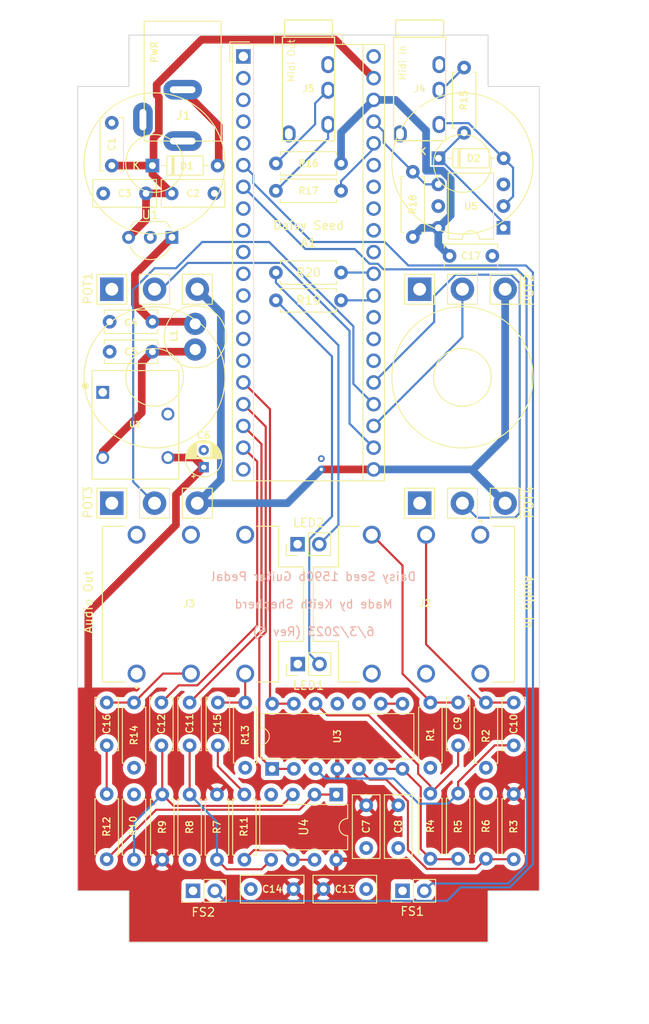
<source format=kicad_pcb>
(kicad_pcb (version 20221018) (generator pcbnew)
  (layers (0 "F.Cu" signal) (1 "In1.Cu" power) (2 "In2.Cu" power) (31 "B.Cu" signal) (34 "B.Paste" user) (35 "F.Paste" user) (36 "B.SilkS" user "B.Silkscreen") (37 "F.SilkS" user "F.Silkscreen") (38 "B.Mask" user) (39 "F.Mask" user) (44 "Edge.Cuts" user))
  (net 0 "")
  (net 1 "FOOT_SWITCH_2")
  (net 2 "FOOT_SWITCH_1")
  (net 5 "MIDI_OUT")
  (net 6 "MIDI_IN")
  (net 7 "+3.3V")
  (net 8 "+9V")
  (net 9 "+5V")
  (net 10 "+5V_ISOLATED_POWER")
  (net 15 "Net-(C15-Pad1)")
  (net 16 "Net-(C16-Pad1)")
  (net 19 "/Audio Input Buffer/V_AUDIOBIAS")
  (net 26 "POT_1")
  (net 27 "+3.3VA")
  (net 28 "/Power/VIN")
  (net 29 "POT_2")
  (net 30 "AUDIO_IN_BUFFER_LEFT")
  (net 31 "AUDIO_IN_BUFFER_RIGHT")
  (net 32 "AUDIO_OUT_BUFFER_LEFT")
  (net 33 "AUDIO_OUT_BUFFER_RIGHT")
  (net 34 "AUDIO_IN_JACK_LEFT")
  (net 35 "AUDIO_IN_JACK_RIGHT")
  (net 36 "AUDIO_OUT_JACK_LEFT")
  (net 37 "AUDIO_OUT_JACK_RIGHT")
  (net 38 "MIDI_IN_JACK_PIN5")
  (net 39 "MIDI_IN_JACK_PIN4")
  (net 40 "MIDI_OUT_JACK_PIN5")
  (net 41 "MIDI_OUT_JACK_PIN4")
  (net 42 "POWER_JACK_PWR")
  (net 43 "GND")
  (net 46 "POT_3")
  (net 47 "POT_4")
  (net 51 "LED_1")
  (net 54 "LED_2")
  (net 58 "Net-(U4B-+)")
  (net 59 "Net-(U4A-+)")
  (net 60 "Net-(U4B--)")
  (net 61 "Net-(U4A--)")
  (net 62 "Net-(U3D-+)")
  (net 63 "Net-(U3A-+)")
  (net 64 "Net-(D2-K)")
  (net 65 "Net-(LED1-A)")
  (net 66 "Net-(LED2-A)")
  (net 67 "Net-(U3B-+)")
  (net 68 "Net-(U3C--)")
  (footprint "Package_DIP:DIP-6_W7.62mm" (layer "F.Cu") (at 129.8 52.525 180)
    (fp_text reference "U5")
    (fp_text value "H11L1" hide)
  )
  (footprint "Resistor_THT:R_Axial_DIN0207_L6.3mm_D2.5mm_P7.62mm_Horizontal" (layer "F.Cu") (at 119.2 53.6 90)
    (fp_text reference "R18")
    (fp_text value "470R" hide)
  )
  (footprint "Resistor_THT:R_Axial_DIN0207_L6.3mm_D2.5mm_P7.62mm_Horizontal" (layer "F.Cu") (at 89.9 126.36 90)
    (fp_text reference "R9")
    (fp_text value "2M" hide)
  )
  (footprint "AudioConnector-PJ320A:TRRS-PJ-320A" (layer "F.Cu") (at 107 30.25)
    (fp_text reference "J5")
    (fp_text value "MIDI OUT JACK")
  )
  (footprint "AudioConnector-PJ320A:TRRS-PJ-320A" (layer "F.Cu") (at 120 30.25)
    (fp_text reference "J4")
    (fp_text value "MIDI IN JACK")
  )
  (footprint "Package_DIP:DIP-8_W7.62mm" (layer "F.Cu") (at 110.25 118.75 -90)
    (fp_text reference "U4")
    (fp_text value "OPA2134")
  )
  (footprint "Connector_PinHeader_2.54mm:PinHeader_1x02_P2.54mm_Vertical" (layer "F.Cu") (at 105.75 103.5 90)
    (fp_text reference "LED1")
    (fp_text value "LED_1")
  )
  (footprint "Resistor_THT:R_Axial_DIN0207_L6.3mm_D2.5mm_P7.62mm_Horizontal" (layer "F.Cu") (at 121.25 108 -90)
    (fp_text reference "R1")
    (fp_text value "2M" hide)
  )
  (footprint "Package_DIP:DIP-14_W7.62mm" (layer "F.Cu") (at 102.75 115.75 90)
    (fp_text reference "U3")
    (fp_text value "MCP6004" hide)
  )
  (footprint "Connector_PinHeader_2.54mm:PinHeader_1x02_P2.54mm_Vertical" (layer "F.Cu") (at 93.5 130 90)
    (fp_text reference "FS2")
    (fp_text value "Foot_Switch_2")
  )
  (footprint "Resistor_THT:R_Axial_DIN0207_L6.3mm_D2.5mm_P7.62mm_Horizontal" (layer "F.Cu") (at 83.4 126.31 90)
    (fp_text reference "R12")
    (fp_text value "100R" hide)
  )
  (footprint "NMJ6HCD2:NEUTRIK_NMJ6HCD2" (layer "F.Cu") (at 93.25 96.5 180)
    (fp_text reference "J3")
    (fp_text value "AUDIO_OUT_TRS")
  )
  (footprint "GuitarPedal1590b:Pot_RightAngle_LongPin_16mm" (layer "F.Cu") (at 125 61)
    (fp_text reference "POT2")
    (fp_text value "10K")
  )
  (footprint "Resistor_THT:R_Axial_DIN0207_L6.3mm_D2.5mm_P7.62mm_Horizontal" (layer "F.Cu") (at 103.19 61)
    (fp_text reference "R19")
    (fp_text value "1K")
  )
  (footprint "Module:Electrosmith_Daisy_Seed" (layer "F.Cu") (at 99.38 32.495)
    (fp_text reference "A1")
    (fp_text value "Electrosmith_Daisy_Seed_Rev4")
  )
  (footprint "Resistor_THT:R_Axial_DIN0207_L6.3mm_D2.5mm_P7.62mm_Horizontal" (layer "F.Cu") (at 103.19 48.2)
    (fp_text reference "R17")
    (fp_text value "10R" hide)
  )
  (footprint "Capacitor_THT:C_Disc_D6.0mm_W2.5mm_P5.00mm" (layer "F.Cu") (at 84 45.25 90)
    (fp_text reference "C1")
    (fp_text value "10UF" hide)
  )
  (footprint "Resistor_THT:R_Axial_DIN0207_L6.3mm_D2.5mm_P7.62mm_Horizontal" (layer "F.Cu") (at 127.75 108 -90)
    (fp_text reference "R2")
    (fp_text value "2M" hide)
  )
  (footprint "Capacitor_THT:C_Disc_D6.0mm_W2.5mm_P5.00mm" (layer "F.Cu") (at 131 108 -90)
    (fp_text reference "C10")
    (fp_text value "10UF" hide)
  )
  (footprint "Capacitor_THT:C_Rect_L7.2mm_W3.0mm_P5.00mm_FKS2_FKP2_MKS2_MKP2" (layer "F.Cu") (at 105.25 129.8 180)
    (fp_text reference "C14")
    (fp_text value "100NF" hide)
  )
  (footprint "Capacitor_THT:C_Rect_L7.2mm_W3.0mm_P5.00mm_FKS2_FKP2_MKS2_MKP2" (layer "F.Cu") (at 108.75 129.8)
    (fp_text reference "C13")
    (fp_text value "100NF" hide)
  )
  (footprint "Resistor_THT:R_Axial_DIN0207_L6.3mm_D2.5mm_P7.62mm_Horizontal" (layer "F.Cu") (at 99.5 126.36 90)
    (fp_text reference "R11")
    (fp_text value "100R" hide)
  )
  (footprint "Resistor_THT:R_Axial_DIN0207_L6.3mm_D2.5mm_P7.62mm_Horizontal" (layer "F.Cu") (at 86.6 126.36 90)
    (fp_text reference "R10")
    (fp_text value "2M" hide)
  )
  (footprint "Capacitor_THT:C_Rect_L7.2mm_W3.0mm_P5.00mm_FKS2_FKP2_MKS2_MKP2" (layer "F.Cu") (at 88 48.5 180)
    (fp_text reference "C3")
    (fp_text value "100NF" hide)
  )
  (footprint "Capacitor_THT:C_Disc_D6.0mm_W2.5mm_P5.00mm" (layer "F.Cu") (at 124.5 108 -90)
    (fp_text reference "C9")
    (fp_text value "10UF" hide)
  )
  (footprint "GuitarPedal1590b:Pot_RightAngle_LongPin_16mm" (layer "F.Cu") (at 89 86)
    (fp_text reference "POT3")
    (fp_text value "10K")
  )
  (footprint "Capacitor_THT:C_Disc_D6.0mm_W2.5mm_P5.00mm" (layer "F.Cu") (at 89.8 113 90)
    (fp_text reference "C12")
    (fp_text value "10UF" hide)
  )
  (footprint "Inductor_THT:L_Radial_D7.0mm_P3.00mm" (layer "F.Cu") (at 93.75 63.75 -90)
    (fp_text reference "L1")
    (fp_text value "2.2uH" hide)
  )
  (footprint "Resistor_THT:R_Axial_DIN0207_L6.3mm_D2.5mm_P7.62mm_Horizontal" (layer "F.Cu") (at 131 118.69 -90)
    (fp_text reference "R3")
    (fp_text value "100K" hide)
  )
  (footprint "Capacitor_THT:C_Disc_D6.0mm_W2.5mm_P5.00mm" (layer "F.Cu") (at 88.75 63.5 180)
    (fp_text reference "C4")
    (fp_text value "10UF" hide)
  )
  (footprint "GuitarPedal1590b:Pot_RightAngle_LongPin_16mm" (layer "F.Cu") (at 125 86)
    (fp_text reference "POT4")
    (fp_text value "10K")
  )
  (footprint "Capacitor_THT:C_Rect_L7.2mm_W3.0mm_P5.00mm_FKS2_FKP2_MKS2_MKP2" (layer "F.Cu") (at 91 48.5)
    (fp_text reference "C2")
    (fp_text value "100NF" hide)
  )
  (footprint "Connector_PinHeader_2.54mm:PinHeader_1x02_P2.54mm_Vertical" (layer "F.Cu") (at 105.725 89.5 90)
    (fp_text reference "LED2")
    (fp_text value "LED_2")
  )
  (footprint "Diode_THT:D_DO-35_SOD27_P7.62mm_Horizontal" (layer "F.Cu") (at 122.2 44.4)
    (fp_text reference "D2")
    (fp_text value "1N4148")
  )
  (footprint "NMJ6HCD2:NEUTRIK_NMJ6HCD2" (layer "F.Cu") (at 120.75 96.5)
    (fp_text reference "J2")
    (fp_text value "AUDIO_IN_TRS")
  )
  (footprint "Package_TO_SOT_THT:TO-92_Inline_Wide" (layer "F.Cu") (at 91.04 53.64 180)
    (fp_text reference "U1")
    (fp_text value "L4931CZ50")
  )
  (footprint "GuitarPedal1590b:Pot_RightAngle_LongPin_16mm" (layer "F.Cu") (at 89 61)
    (fp_text reference "POT1")
    (fp_text value "10K")
  )
  (footprint "Capacitor_THT:C_Rect_L7.2mm_W3.0mm_P5.00mm_FKS2_FKP2_MKS2_MKP2" (layer "F.Cu") (at 117.5 120 -90)
    (fp_text reference "C8")
    (fp_text value "100NF" hide)
  )
  (footprint "Capacitor_THT:C_Disc_D6.0mm_W2.5mm_P5.00mm" (layer "F.Cu") (at 88.75 67 180)
    (fp_text reference "C5")
    (fp_text value "10UF" hide)
  )
  (footprint "GuitarPedal1590b:Generic_PowerJack" (layer "F.Cu") (at 92.2875 42.3875 -90)
    (fp_text reference "J1")
    (fp_text value "Barrel_Jack")
  )
  (footprint "Resistor_THT:R_Axial_DIN0207_L6.3mm_D2.5mm_P7.62mm_Horizontal" (layer "F.Cu") (at 125.2 33.8 -90)
    (fp_text reference "R15")
    (fp_text value "220R" hide)
  )
  (footprint "Capacitor_THT:C_Disc_D6.0mm_W2.5mm_P5.00mm" (layer "F.Cu") (at 93.1 113 90)
    (fp_text reference "C11")
    (fp_text value "10UF" hide)
  )
  (footprint "Resistor_THT:R_Axial_DIN0207_L6.3mm_D2.5mm_P7.62mm_Horizontal" (layer "F.Cu") (at 124.5 126.25 90)
    (fp_text reference "R5")
    (fp_text value "2M" hide)
  )
  (footprint "Capacitor_THT:C_Disc_D6.0mm_W2.5mm_P5.00mm" (layer "F.Cu") (at 83.4 113 90)
    (fp_text reference "C16")
    (fp_text value "10UF" hide)
  )
  (footprint "Capacitor_THT:C_Disc_D6.0mm_W2.5mm_P5.00mm" (layer "F.Cu") (at 123.5 55.8)
    (fp_text reference "C17")
    (fp_text value "100NF")
  )
  (footprint "Capacitor_THT:C_Disc_D6.0mm_W2.5mm_P5.00mm" (layer "F.Cu") (at 96.4 113 90)
    (fp_text reference "C15")
    (fp_text value "10UF" hide)
  )
  (footprint "Resistor_THT:R_Axial_DIN0207_L6.3mm_D2.5mm_P7.62mm_Horizontal" (layer "F.Cu") (at 93.1 118.75 -90)
    (fp_text reference "R8")
    (fp_text value "2M" hide)
  )
  (footprint "Resistor_THT:R_Axial_DIN0207_L6.3mm_D2.5mm_P7.62mm_Horizontal" (layer "F.Cu") (at 127.75 126.25 90)
    (fp_text reference "R6")
    (fp_text value "100K" hide)
  )
  (footprint "Connector_PinHeader_2.54mm:PinHeader_1x02_P2.54mm_Vertical" (layer "F.Cu") (at 118 130 90)
    (fp_text reference "FS1")
    (fp_text value "Foot_Switch_1")
  )
  (footprint "Resistor_THT:R_Axial_DIN0207_L6.3mm_D2.5mm_P7.62mm_Horizontal" (layer "F.Cu") (at 103.19 57.75)
    (fp_text reference "R20")
    (fp_text value "1K")
  )
  (footprint "Resistor_THT:R_Axial_DIN0207_L6.3mm_D2.5mm_P7.62mm_Horizontal" (layer "F.Cu") (at 99.6 108 -90)
    (fp_text reference "R13")
    (fp_text value "2M" hide)
  )
  (footprint "Resistor_THT:R_Axial_DIN0207_L6.3mm_D2.5mm_P7.62mm_Horizontal" (layer "F.Cu") (at 103.19 45)
    (fp_text reference "R16")
    (fp_text value "33R" hide)
  )
  (footprint "Resistor_THT:R_Axial_DIN0207_L6.3mm_D2.5mm_P7.62mm_Horizontal" (layer "F.Cu") (at 86.6 108 -90)
    (fp_text reference "R14")
    (fp_text value "2M" hide)
  )
  (footprint "Capacitor_THT:C_Rect_L7.2mm_W3.0mm_P5.00mm_FKS2_FKP2_MKS2_MKP2" (layer "F.Cu") (at 113.75 120 -90)
    (fp_text reference "C7")
    (fp_text value "100NF" hide)
  )
  (footprint "Resistor_THT:R_Axial_DIN0207_L6.3mm_D2.5mm_P7.62mm_Horizontal" (layer "F.Cu") (at 121.25 126.25 90)
    (fp_text reference "R4")
    (fp_text value "2M" hide)
  )
  (footprint "PDS1-S5-S5-D:CONV_PDS1-S5-S5-D" (layer "F.Cu") (at 86.75 75.56 -90)
    (fp_text reference "U2")
    (fp_text value "PDS1-S5-S5-D")
  )
  (footprint "Resistor_THT:R_Axial_DIN0207_L6.3mm_D2.5mm_P7.62mm_Horizontal" (layer "F.Cu") (at 96.3 118.74 -90)
    (fp_text reference "R7")
    (fp_text value "2M" hide)
  )
  (footprint "Diode_THT:D_DO-35_SOD27_P7.62mm_Horizontal" (layer "F.Cu") (at 88.75 45.25)
    (fp_text reference "D1")
    (fp_text value "1N5817" hide)
  )
  (footprint "Capacitor_THT:CP_Radial_D4.0mm_P2.00mm" (layer "F.Cu") (at 94.75 80.5 90)
    (fp_text reference "C6")
    (fp_text value "22UF" hide)
  )
  (gr_poly locked (pts (xy 128 36) (xy 134 36) (xy 134 130) (xy 128 130) (xy 128 136) (xy 86 136) (xy 86 130) (xy 80 130) (xy 80 36) (xy 86 36) (xy 86 30) (xy 128 30)) (stroke (width 0.1)) (fill none) (layer "Edge.Cuts"))
  (gr_text "Daisy Seed 1590b Guitar Pedal\n\nMade by Keith Shepherd\n\n6/3/2023 (Rev 5)" (at 107.6 96.5) (layer "B.SilkS") (effects (font (size 1 1)) (justify mirror)))
  (gr_text "J5" (at 107 36.25) (layer "F.SilkS") (effects (font (size 0.8 0.8))))
  (gr_text "Audio Out" (at 81.25 96.25 90) (layer "F.SilkS") (effects (font (size 1 1))))
  (gr_text "PWR" (at 89 32 90) (layer "F.SilkS") (effects (font (size 0.8 0.8))))
  (gr_text "J4" (at 120 36.25) (layer "F.SilkS") (effects (font (size 0.8 0.8))))
  (gr_text "Midi Out" (at 105 33 90) (layer "F.SilkS") (effects (font (size 0.8 0.8) (thickness 0.1))))
  (gr_text "Daisy Seed" (at 107 52.25) (layer "F.SilkS") (effects (font (size 1 1))))
  (gr_text "Midi In" (at 118 33.25 90) (layer "F.SilkS") (effects (font (size 0.8 0.8) (thickness 0.1))))
  (gr_text "Audio In" (at 132.75 96.25 270) (layer "F.SilkS") (effects (font (size 1 1))))
  (segment (start 123.2 131.175) (end 97.215 131.175) (width 0.25) (layer "B.Cu") (net 1))
  (segment (start 99.38 45.195) (end 100.555 46.37) (width 0.25) (layer "B.Cu") (net 1))
  (segment (start 100.555 46.37) (end 100.555 47.305) (width 0.25) (layer "B.Cu") (net 1))
  (segment (start 115.93 54.18) (end 118.675 56.925) (width 0.25) (layer "B.Cu") (net 1))
  (segment (start 97.215 131.175) (end 96.04 130) (width 0.25) (layer "B.Cu") (net 1))
  (segment (start 118.675 56.925) (end 132.425 56.925) (width 0.25) (layer "B.Cu") (net 1))
  (segment (start 107.43 54.18) (end 115.93 54.18) (width 0.25) (layer "B.Cu") (net 1))
  (segment (start 133.25 126.886396) (end 130.536396 129.6) (width 0.25) (layer "B.Cu") (net 1))
  (segment (start 100.555 47.305) (end 107.43 54.18) (width 0.25) (layer "B.Cu") (net 1))
  (segment (start 124.775 129.6) (end 123.2 131.175) (width 0.25) (layer "B.Cu") (net 1))
  (segment (start 130.536396 129.6) (end 124.775 129.6) (width 0.25) (layer "B.Cu") (net 1))
  (segment (start 133.25 57.75) (end 133.25 126.886396) (width 0.25) (layer "B.Cu") (net 1))
  (segment (start 132.425 56.925) (end 133.25 57.75) (width 0.25) (layer "B.Cu") (net 1))
  (segment (start 131.375 57.375) (end 115.761701 57.375) (width 0.25) (layer "B.Cu") (net 2))
  (segment (start 120.54 130) (end 121.39 129.15) (width 0.25) (layer "B.Cu") (net 2))
  (segment (start 114.133299 56.72) (end 112.413299 55) (width 0.25) (layer "B.Cu") (net 2))
  (segment (start 112.413299 55) (end 106.645 55) (width 0.25) (layer "B.Cu") (net 2))
  (segment (start 132.5 127) (end 132.5 58.5) (width 0.25) (layer "B.Cu") (net 2))
  (segment (start 132.5 58.5) (end 131.375 57.375) (width 0.25) (layer "B.Cu") (net 2))
  (segment (start 115.106701 56.72) (end 114.133299 56.72) (width 0.25) (layer "B.Cu") (net 2))
  (segment (start 115.761701 57.375) (end 115.106701 56.72) (width 0.25) (layer "B.Cu") (net 2))
  (segment (start 130.35 129.15) (end 132.5 127) (width 0.25) (layer "B.Cu") (net 2))
  (segment (start 121.39 129.15) (end 130.35 129.15) (width 0.25) (layer "B.Cu") (net 2))
  (segment (start 106.645 55) (end 99.38 47.735) (width 0.25) (layer "B.Cu") (net 2))
  (segment (start 110.81 47.06863) (end 114.62 43.25863) (width 0.25) (layer "B.Cu") (net 5))
  (segment (start 114.62 43.25863) (end 114.62 42.655) (width 0.25) (layer "B.Cu") (net 5))
  (segment (start 110.81 48.2) (end 110.81 47.06863) (width 0.25) (layer "B.Cu") (net 5))
  (segment (start 115.795 41.29) (end 115.795 42.575) (width 0.25) (layer "B.Cu") (net 6))
  (segment (start 120.665 47.445) (end 122.18 47.445) (width 0.25) (layer "B.Cu") (net 6))
  (segment (start 115.795 42.575) (end 119.2 45.98) (width 0.25) (layer "B.Cu") (net 6))
  (segment (start 114.62 40.115) (end 115.795 41.29) (width 0.25) (layer "B.Cu") (net 6))
  (segment (start 119.2 45.98) (end 120.665 47.445) (width 0.25) (layer "B.Cu") (net 6))
  (segment (start 114.62 37.575) (end 117.169365 37.575) (width 0.9) (layer "B.Cu") (net 7))
  (segment (start 123.63 46.84439) (end 123.63 51.075) (width 0.9) (layer "B.Cu") (net 7))
  (segment (start 122.63561 45.85) (end 123.63 46.84439) (width 0.9) (layer "B.Cu") (net 7))
  (segment (start 123.63 51.075) (end 122.18 52.525) (width 0.9) (layer "B.Cu") (net 7))
  (segment (start 120.75 45.85) (end 122.63561 45.85) (width 0.9) (layer "B.Cu") (net 7))
  (segment (start 110.81 41.385) (end 114.62 37.575) (width 0.9) (layer "B.Cu") (net 7))
  (segment (start 120.75 41.155635) (end 120.75 45.85) (width 0.9) (layer "B.Cu") (net 7))
  (segment (start 122.18 54.48) (end 123.5 55.8) (width 0.9) (layer "B.Cu") (net 7))
  (segment (start 122.18 52.525) (end 122.18 54.48) (width 0.9) (layer "B.Cu") (net 7))
  (segment (start 122.18 52.525) (end 120.275 52.525) (width 0.9) (layer "B.Cu") (net 7))
  (segment (start 117.169365 37.575) (end 120.75 41.155635) (width 0.9) (layer "B.Cu") (net 7))
  (segment (start 110.81 45) (end 110.81 41.385) (width 0.9) (layer "B.Cu") (net 7))
  (segment (start 120.275 52.525) (end 119.2 53.6) (width 0.9) (layer "B.Cu") (net 7))
  (segment (start 88 48.5) (end 88 51.6) (width 0.9) (layer "F.Cu") (net 8))
  (segment (start 89.25 35.779416) (end 94.491916 30.5375) (width 0.9) (layer "F.Cu") (net 8))
  (segment (start 88 51.6) (end 85.96 53.64) (width 0.9) (layer "F.Cu") (net 8))
  (segment (start 89.5 37.245584) (end 89.25 36.995584) (width 0.9) (layer "F.Cu") (net 8))
  (segment (start 88.88 45.12) (end 88.88 42.040584) (width 0.9) (layer "F.Cu") (net 8))
  (segment (start 89.25 36.995584) (end 89.25 35.779416) (width 0.9) (layer "F.Cu") (net 8))
  (segment (start 91 48.5) (end 88 48.5) (width 0.9) (layer "F.Cu") (net 8))
  (segment (start 88.75 45.25) (end 84 45.25) (width 0.9) (layer "F.Cu") (net 8))
  (segment (start 88.88 42.040584) (end 89.5 41.420584) (width 0.9) (layer "F.Cu") (net 8))
  (segment (start 89.5 41.420584) (end 89.5 37.245584) (width 0.9) (layer "F.Cu") (net 8))
  (segment (start 94.491916 30.5375) (end 110.1225 30.5375) (width 0.9) (layer "F.Cu") (net 8))
  (segment (start 88.75 46.25) (end 91 48.5) (width 0.9) (layer "F.Cu") (net 8))
  (segment (start 88.75 45.25) (end 88.75 46.25) (width 0.9) (layer "F.Cu") (net 8))
  (segment (start 88.75 45.25) (end 88.88 45.12) (width 0.9) (layer "F.Cu") (net 8))
  (segment (start 110.1225 30.5375) (end 114.62 35.035) (width 0.9) (layer "F.Cu") (net 8))
  (segment (start 93.5 63.5) (end 93.75 63.75) (width 0.9) (layer "F.Cu") (net 9))
  (segment (start 88.75 63.5) (end 86.700001 61.450001) (width 0.9) (layer "F.Cu") (net 9))
  (segment (start 86.700001 61.450001) (end 86.700001 57.979999) (width 0.9) (layer "F.Cu") (net 9))
  (segment (start 88.75 63.5) (end 93.5 63.5) (width 0.9) (layer "F.Cu") (net 9))
  (segment (start 86.700001 57.979999) (end 91.04 53.64) (width 0.9) (layer "F.Cu") (net 9))
  (segment (start 94.7226 80.5) (end 94.75 80.5) (width 0.9) (layer "F.Cu") (net 10))
  (segment (start 81.25 97.5) (end 91.5 87.25) (width 0.9) (layer "F.Cu") (net 10))
  (segment (start 91.5 83.7226) (end 94.7226 80.5) (width 0.9) (layer "F.Cu") (net 10))
  (segment (start 81.25 97.5) (end 81.25 110.5) (width 0.9) (layer "F.Cu") (net 10))
  (segment (start 93.62 79.37) (end 94.75 80.5) (width 0.9) (layer "F.Cu") (net 10))
  (segment (start 90.56 79.37) (end 93.62 79.37) (width 0.9) (layer "F.Cu") (net 10))
  (segment (start 91.5 87.25) (end 91.5 83.7226) (width 0.9) (layer "F.Cu") (net 10))
  (segment (start 99.5 118.54) (end 99.5 118.74) (width 0.25) (layer "F.Cu") (net 15))
  (segment (start 96.4 113) (end 96.4 115.44) (width 0.25) (layer "F.Cu") (net 15))
  (segment (start 96.4 115.44) (end 99.5 118.54) (width 0.25) (layer "F.Cu") (net 15))
  (segment (start 83.4 113) (end 83.4 118.69) (width 0.25) (layer "F.Cu") (net 16))
  (segment (start 121.25 126.25) (end 121.31 126.31) (width 0.25) (layer "F.Cu") (net 19))
  (segment (start 121.31 126.31) (end 124.44 126.31) (width 0.25) (layer "F.Cu") (net 19))
  (segment (start 121.25 126.25) (end 120.125 125.125) (width 0.25) (layer "F.Cu") (net 19))
  (segment (start 120.125 125.125) (end 120.125 117.885) (width 0.25) (layer "F.Cu") (net 19))
  (segment (start 115.45 115.75) (end 117.99 115.75) (width 0.25) (layer "F.Cu") (net 19))
  (segment (start 124.44 126.31) (end 124.5 126.25) (width 0.25) (layer "F.Cu") (net 19))
  (segment (start 120.125 117.885) (end 117.99 115.75) (width 0.25) (layer "F.Cu") (net 19))
  (segment (start 103.875 56.625) (end 111.8 64.55) (width 0.25) (layer "B.Cu") (net 26))
  (segment (start 111.8 75.395) (end 114.62 78.215) (width 0.25) (layer "B.Cu") (net 26))
  (segment (start 89.8 59.7) (end 92.875 56.625) (width 0.25) (layer "B.Cu") (net 26))
  (segment (start 89 59.7) (end 89.8 59.7) (width 0.25) (layer "B.Cu") (net 26))
  (segment (start 111.8 64.55) (end 111.8 75.395) (width 0.25) (layer "B.Cu") (net 26))
  (segment (start 92.875 56.625) (end 103.875 56.625) (width 0.25) (layer "B.Cu") (net 26))
  (segment (start 114.62 80.755) (end 108.495 80.755) (width 0.9) (layer "F.Cu") (net 27))
  (via (at 108.495 80.755) (size 0.8) (drill 0.4) (layers "F.Cu" "B.Cu") (net 27))
  (segment (start 126.055 80.755) (end 126.245 80.755) (width 0.9) (layer "B.Cu") (net 27))
  (segment (start 104.55 84.7) (end 94 84.7) (width 0.9) (layer "B.Cu") (net 27))
  (segment (start 126.055 80.755) (end 130 84.7) (width 0.9) (layer "B.Cu") (net 27))
  (segment (start 130 77) (end 130 59.7) (width 0.9) (layer "B.Cu") (net 27))
  (segment (start 114.62 80.755) (end 126.055 80.755) (width 0.9) (layer "B.Cu") (net 27))
  (segment (start 126.245 80.755) (end 130 77) (width 0.9) (layer "B.Cu") (net 27))
  (segment (start 96.75 62.45) (end 94 59.7) (width 0.9) (layer "B.Cu") (net 27))
  (segment (start 96.75 81.95) (end 96.75 62.45) (width 0.9) (layer "B.Cu") (net 27))
  (segment (start 94 84.7) (end 96.75 81.95) (width 0.9) (layer "B.Cu") (net 27))
  (segment (start 108.495 80.755) (end 104.55 84.7) (width 0.9) (layer "B.Cu") (net 27))
  (segment (start 88.75 67) (end 87.5 68.25) (width 0.9) (layer "F.Cu") (net 28))
  (segment (start 87.5 74.12) (end 82.94 78.68) (width 0.9) (layer "F.Cu") (net 28))
  (segment (start 82.94 78.68) (end 82.94 79.37) (width 0.9) (layer "F.Cu") (net 28))
  (segment (start 88.75 67) (end 93.5 67) (width 0.9) (layer "F.Cu") (net 28))
  (segment (start 87.5 68.25) (end 87.5 74.12) (width 0.9) (layer "F.Cu") (net 28))
  (segment (start 93.5 67) (end 93.75 66.75) (width 0.9) (layer "F.Cu") (net 28))
  (segment (start 125 59.7) (end 125 65.295) (width 0.25) (layer "B.Cu") (net 29))
  (segment (start 125 65.295) (end 114.62 75.675) (width 0.25) (layer "B.Cu") (net 29))
  (segment (start 102.5 107.88) (end 102.5 73.715) (width 0.25) (layer "F.Cu") (net 30))
  (segment (start 105.29 108.13) (end 102.75 108.13) (width 0.25) (layer "F.Cu") (net 30))
  (segment (start 102.5 73.715) (end 99.38 70.595) (width 0.25) (layer "F.Cu") (net 30))
  (segment (start 102.75 108.13) (end 102.5 107.88) (width 0.25) (layer "F.Cu") (net 30))
  (segment (start 102.75 115.75) (end 105.29 115.75) (width 0.25) (layer "F.Cu") (net 31))
  (segment (start 101.25 114.25) (end 101.25 100.486396) (width 0.25) (layer "F.Cu") (net 31))
  (segment (start 101.25 100.486396) (end 102 99.736396) (width 0.25) (layer "F.Cu") (net 31))
  (segment (start 102 75.755) (end 99.38 73.135) (width 0.25) (layer "F.Cu") (net 31))
  (segment (start 102.75 115.75) (end 101.25 114.25) (width 0.25) (layer "F.Cu") (net 31))
  (segment (start 102 99.736396) (end 102 75.755) (width 0.25) (layer "F.Cu") (net 31))
  (segment (start 101.5 99.6) (end 101.5 77.795) (width 0.25) (layer "F.Cu") (net 32))
  (segment (start 93.1 108) (end 101.5 99.6) (width 0.25) (layer "F.Cu") (net 32))
  (segment (start 101.5 77.795) (end 99.38 75.675) (width 0.25) (layer "F.Cu") (net 32))
  (segment (start 91.81 105.99) (end 94.01 105.99) (width 0.25) (layer "F.Cu") (net 33))
  (segment (start 89.8 108) (end 91.81 105.99) (width 0.25) (layer "F.Cu") (net 33))
  (segment (start 101 79.835) (end 99.38 78.215) (width 0.25) (layer "F.Cu") (net 33))
  (segment (start 94.01 105.99) (end 101 99) (width 0.25) (layer "F.Cu") (net 33))
  (segment (start 101 99) (end 101 79.835) (width 0.25) (layer "F.Cu") (net 33))
  (segment (start 121.25 107.89) (end 121.25 108) (width 0.25) (layer "F.Cu") (net 34))
  (segment (start 118 104.64) (end 121.25 107.89) (width 0.25) (layer "F.Cu") (net 34))
  (segment (start 118 91.985) (end 118 104.64) (width 0.25) (layer "F.Cu") (net 34))
  (segment (start 114.4 88.385) (end 118 91.985) (width 0.25) (layer "F.Cu") (net 34))
  (segment (start 121.25 108) (end 124.5 108) (width 0.25) (layer "F.Cu") (net 34))
  (segment (start 127.56 108) (end 127.75 108) (width 0.25) (layer "F.Cu") (net 35))
  (segment (start 127.75 108) (end 131 108) (width 0.25) (layer "F.Cu") (net 35))
  (segment (start 120.75 88.385) (end 120.75 101.19) (width 0.25) (layer "F.Cu") (net 35))
  (segment (start 120.75 101.19) (end 127.56 108) (width 0.25) (layer "F.Cu") (net 35))
  (segment (start 96.4 108) (end 99.6 108) (width 0.25) (layer "F.Cu") (net 36))
  (segment (start 99.6 104.865) (end 99.35 104.615) (width 0.25) (layer "F.Cu") (net 36))
  (segment (start 99.6 108) (end 99.6 104.615) (width 0.25) (layer "F.Cu") (net 36))
  (segment (start 83.4 108) (end 86.6 108) (width 0.25) (layer "F.Cu") (net 37))
  (segment (start 89.985 104.615) (end 93.25 104.615) (width 0.25) (layer "F.Cu") (net 37))
  (segment (start 86.6 108) (end 89.985 104.615) (width 0.25) (layer "F.Cu") (net 37))
  (segment (start 130.925 48.86) (end 129.8 49.985) (width 0.25) (layer "B.Cu") (net 38))
  (segment (start 122.455 40.295) (end 125.715 40.295) (width 0.25) (layer "B.Cu") (net 38))
  (segment (start 125.715 40.295) (end 129.82 44.4) (width 0.25) (layer "B.Cu") (net 38))
  (segment (start 122.3 40.45) (end 122.455 40.295) (width 0.25) (layer "B.Cu") (net 38))
  (segment (start 129.82 44.4) (end 130.925 45.505) (width 0.25) (layer "B.Cu") (net 38))
  (segment (start 130.925 45.505) (end 130.925 48.86) (width 0.25) (layer "B.Cu") (net 38))
  (segment (start 122.3 36.45) (end 122.55 36.45) (width 0.25) (layer "B.Cu") (net 39))
  (segment (start 122.55 36.45) (end 125.2 33.8) (width 0.25) (layer "B.Cu") (net 39))
  (segment (start 109.3 42.09) (end 109.3 40.45) (width 0.25) (layer "B.Cu") (net 40))
  (segment (start 103.19 48.2) (end 109.3 42.09) (width 0.25) (layer "B.Cu") (net 40))
  (segment (start 107.775 37.975) (end 109.3 36.45) (width 0.25) (layer "B.Cu") (net 41))
  (segment (start 107.775 40.415) (end 107.775 37.975) (width 0.25) (layer "B.Cu") (net 41))
  (segment (start 103.19 45) (end 107.775 40.415) (width 0.25) (layer "B.Cu") (net 41))
  (segment (start 96.5 45.12) (end 96.37 45.25) (width 0.9) (layer "F.Cu") (net 42))
  (segment (start 92.2875 36.3875) (end 96.5 40.6) (width 0.9) (layer "F.Cu") (net 42))
  (segment (start 96.5 40.6) (end 96.5 45.12) (width 0.9) (layer "F.Cu") (net 42))
  (via (at 108.5 79.5) (size 0.8) (drill 0.4) (layers "F.Cu" "B.Cu") (net 43))
  (segment (start 94.57 54.18) (end 102.399009 54.18) (width 0.25) (layer "B.Cu") (net 46))
  (segment (start 112.25 70.765) (end 114.62 73.135) (width 0.25) (layer "B.Cu") (net 46))
  (segment (start 89 57.25) (end 91.5 57.25) (width 0.25) (layer "B.Cu") (net 46))
  (segment (start 86.5 82.2) (end 86.5 59.75) (width 0.25) (layer "B.Cu") (net 46))
  (segment (start 91.5 57.25) (end 94.57 54.18) (width 0.25) (layer "B.Cu") (net 46))
  (segment (start 89 84.7) (end 86.5 82.2) (width 0.25) (layer "B.Cu") (net 46))
  (segment (start 86.5 59.75) (end 89 57.25) (width 0.25) (layer "B.Cu") (net 46))
  (segment (start 112.25 64.030991) (end 112.25 70.765) (width 0.25) (layer "B.Cu") (net 46))
  (segment (start 102.399009 54.18) (end 112.25 64.030991) (width 0.25) (layer "B.Cu") (net 46))
  (segment (start 131.7 58.995836) (end 130.704164 58) (width 0.25) (layer "B.Cu") (net 47))
  (segment (start 126.7 86.4) (end 131.15 86.4) (width 0.25) (layer "B.Cu") (net 47))
  (segment (start 131.7 85.85) (end 131.7 58.995836) (width 0.25) (layer "B.Cu") (net 47))
  (segment (start 131.15 86.4) (end 131.7 85.85) (width 0.25) (layer "B.Cu") (net 47))
  (segment (start 121.7 60.5) (end 121.7 63.515) (width 0.25) (layer "B.Cu") (net 47))
  (segment (start 121.7 63.515) (end 114.62 70.595) (width 0.25) (layer "B.Cu") (net 47))
  (segment (start 130.704164 58) (end 124.2 58) (width 0.25) (layer "B.Cu") (net 47))
  (segment (start 124.2 58) (end 121.7 60.5) (width 0.25) (layer "B.Cu") (net 47))
  (segment (start 125 84.7) (end 126.7 86.4) (width 0.25) (layer "B.Cu") (net 47))
  (segment (start 110.81 61) (end 114.055 61) (width 0.25) (layer "B.Cu") (net 51))
  (segment (start 114.055 61) (end 114.62 60.435) (width 0.25) (layer "B.Cu") (net 51))
  (segment (start 114.475 57.75) (end 114.62 57.895) (width 0.25) (layer "B.Cu") (net 54))
  (segment (start 110.81 57.75) (end 114.475 57.75) (width 0.25) (layer "B.Cu") (net 54))
  (segment (start 93.1 113) (end 93.1 118.75) (width 0.25) (layer "F.Cu") (net 58))
  (segment (start 97.425 127.485) (end 96.3 126.36) (width 0.25) (layer "F.Cu") (net 58))
  (segment (start 102.63 126.37) (end 101.515 127.485) (width 0.25) (layer "F.Cu") (net 58))
  (segment (start 101.515 127.485) (end 97.425 127.485) (width 0.25) (layer "F.Cu") (net 58))
  (segment (start 96.3 121.95) (end 93.1 118.75) (width 0.25) (layer "B.Cu") (net 58))
  (segment (start 96.3 126.36) (end 96.3 121.95) (width 0.25) (layer "B.Cu") (net 58))
  (segment (start 89.9 118.74) (end 89.9 113.1) (width 0.25) (layer "F.Cu") (net 59))
  (segment (start 91.235 120.075) (end 103.845 120.075) (width 0.25) (layer "F.Cu") (net 59))
  (segment (start 103.845 120.075) (end 105.17 118.75) (width 0.25) (layer "F.Cu") (net 59))
  (segment (start 89.9 113.1) (end 89.8 113) (width 0.25) (layer "F.Cu") (net 59))
  (segment (start 89.9 118.74) (end 91.235 120.075) (width 0.25) (layer "F.Cu") (net 59))
  (segment (start 86.6 122.04) (end 89.9 118.74) (width 0.25) (layer "B.Cu") (net 59))
  (segment (start 86.6 126.36) (end 86.6 122.04) (width 0.25) (layer "B.Cu") (net 59))
  (segment (start 104.045 125.245) (end 100.615 125.245) (width 0.25) (layer "F.Cu") (net 60))
  (segment (start 100.615 125.245) (end 99.5 126.36) (width 0.25) (layer "F.Cu") (net 60))
  (segment (start 105.17 126.37) (end 107.71 126.37) (width 0.25) (layer "F.Cu") (net 60))
  (segment (start 105.17 126.37) (end 104.045 125.245) (width 0.25) (layer "F.Cu") (net 60))
  (segment (start 107.71 118.75) (end 105.935 120.525) (width 0.25) (layer "F.Cu") (net 61))
  (segment (start 110.25 118.75) (end 107.71 118.75) (width 0.25) (layer "F.Cu") (net 61))
  (segment (start 89.185 120.525) (end 83.4 126.31) (width 0.25) (layer "F.Cu") (net 61))
  (segment (start 105.935 120.525) (end 89.185 120.525) (width 0.25) (layer "F.Cu") (net 61))
  (segment (start 119.825 116.315) (end 119.825 115.284009) (width 0.25) (layer "F.Cu") (net 62))
  (segment (start 121.25 118.63) (end 124.5 115.38) (width 0.25) (layer "F.Cu") (net 62))
  (segment (start 124.5 115.38) (end 124.5 113) (width 0.25) (layer "F.Cu") (net 62))
  (segment (start 119.825 115.284009) (end 114.040991 109.5) (width 0.25) (layer "F.Cu") (net 62))
  (segment (start 114.040991 109.5) (end 109.2 109.5) (width 0.25) (layer "F.Cu") (net 62))
  (segment (start 121.25 117.74) (end 119.825 116.315) (width 0.25) (layer "F.Cu") (net 62))
  (segment (start 109.2 109.5) (end 107.83 108.13) (width 0.25) (layer "F.Cu") (net 62))
  (segment (start 121.25 118.63) (end 121.25 117.74) (width 0.25) (layer "F.Cu") (net 62))
  (segment (start 128.779009 113) (end 131 113) (width 0.25) (layer "F.Cu") (net 63))
  (segment (start 124.5 117.279009) (end 128.779009 113) (width 0.25) (layer "F.Cu") (net 63))
  (segment (start 124.5 118.63) (end 124.5 117.279009) (width 0.25) (layer "F.Cu") (net 63))
  (segment (start 123.315 119.815) (end 119.905991 119.815) (width 0.25) (layer "B.Cu") (net 63))
  (segment (start 119.905991 119.815) (end 116.965991 116.875) (width 0.25) (layer "B.Cu") (net 63))
  (segment (start 108.955 116.875) (end 107.83 115.75) (width 0.25) (layer "B.Cu") (net 63))
  (segment (start 124.5 118.63) (end 123.315 119.815) (width 0.25) (layer "B.Cu") (net 63))
  (segment (start 116.965991 116.875) (end 108.955 116.875) (width 0.25) (layer "B.Cu") (net 63))
  (segment (start 122.2 44.4) (end 122.22 44.4) (width 0.25) (layer "B.Cu") (net 64))
  (segment (start 122.2 44.4) (end 122.281626 44.4) (width 0.25) (layer "B.Cu") (net 64))
  (segment (start 122.22 44.4) (end 125.2 41.42) (width 0.25) (layer "B.Cu") (net 64))
  (segment (start 129.8 51.918374) (end 129.8 52.525) (width 0.25) (layer "B.Cu") (net 64))
  (segment (start 122.281626 44.4) (end 129.8 51.918374) (width 0.25) (layer "B.Cu") (net 64))
  (segment (start 103.19 61) (end 109.75 67.56) (width 0.25) (layer "B.Cu") (net 65))
  (segment (start 107.09 102.3) (end 108.29 103.5) (width 0.25) (layer "B.Cu") (net 65))
  (segment (start 107.09 88.91) (end 107.09 102.3) (width 0.25) (layer "B.Cu") (net 65))
  (segment (start 109.75 67.56) (end 109.75 86.25) (width 0.25) (layer "B.Cu") (net 65))
  (segment (start 109.75 86.25) (end 107.09 88.91) (width 0.25) (layer "B.Cu") (net 65))
  (segment (start 103.19 58.94) (end 110.5 66.25) (width 0.25) (layer "B.Cu") (net 66))
  (segment (start 103.19 57.75) (end 103.19 58.94) (width 0.25) (layer "B.Cu") (net 66))
  (segment (start 110.5 87.265) (end 108.265 89.5) (width 0.25) (layer "B.Cu") (net 66))
  (segment (start 110.5 66.25) (end 110.5 87.265) (width 0.25) (layer "B.Cu") (net 66))
  (segment (start 120.844009 127.435) (end 118.625 125.215991) (width 0.25) (layer "F.Cu") (net 67))
  (segment (start 127.75 126.25) (end 126.565 127.435) (width 0.25) (layer "F.Cu") (net 67))
  (segment (start 126.565 127.435) (end 120.844009 127.435) (width 0.25) (layer "F.Cu") (net 67))
  (segment (start 127.81 126.31) (end 131 126.31) (width 0.25) (layer "F.Cu") (net 67))
  (segment (start 114.16 117) (end 112.91 115.75) (width 0.25) (layer "F.Cu") (net 67))
  (segment (start 118.625 125.215991) (end 118.625 119.534009) (width 0.25) (layer "F.Cu") (net 67))
  (segment (start 116.090991 117) (end 114.16 117) (width 0.25) (layer "F.Cu") (net 67))
  (segment (start 127.75 126.25) (end 127.81 126.31) (width 0.25) (layer "F.Cu") (net 67))
  (segment (start 118.625 119.534009) (end 116.090991 117) (width 0.25) (layer "F.Cu") (net 67))
  (segment (start 115.45 108.13) (end 117.99 108.13) (width 0.25) (layer "F.Cu") (net 68))
  (zone (net 10) (net_name "+5V_ISOLATED_POWER") (layer "F.Cu") (connect_pads (clearance 0.508)) (min_thickness 0.25) (fill yes (thermal_gap 0.5) (thermal_bridge_width 0.5))
    (polygon (pts (xy 134 106.25) (xy 80 106.25) (xy 80 130) (xy 86 130) (xy 86 136) (xy 128 136) (xy 128 130) (xy 134 130)))
  )
)
</source>
